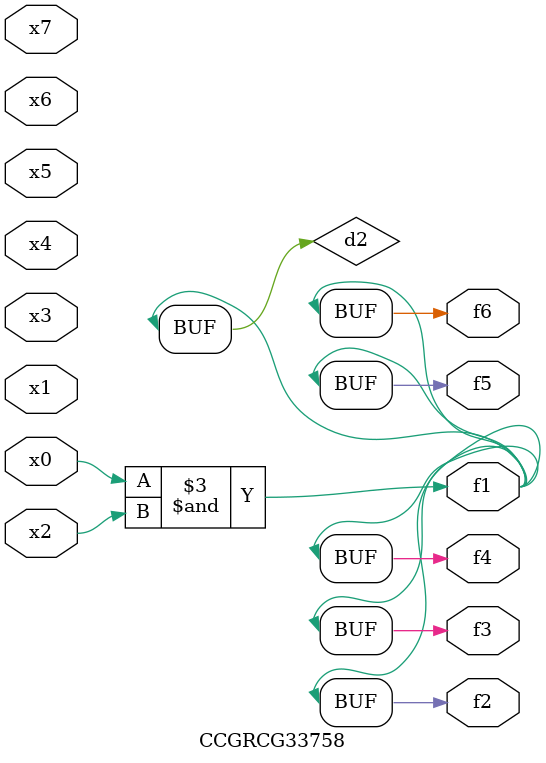
<source format=v>
module CCGRCG33758(
	input x0, x1, x2, x3, x4, x5, x6, x7,
	output f1, f2, f3, f4, f5, f6
);

	wire d1, d2;

	nor (d1, x3, x6);
	and (d2, x0, x2);
	assign f1 = d2;
	assign f2 = d2;
	assign f3 = d2;
	assign f4 = d2;
	assign f5 = d2;
	assign f6 = d2;
endmodule

</source>
